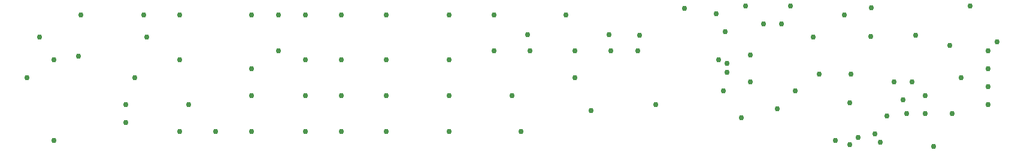
<source format=gbr>
G04 EAGLE Gerber RS-274X export*
G75*
%MOMM*%
%FSLAX34Y34*%
%LPD*%
%AMOC8*
5,1,8,0,0,1.08239X$1,22.5*%
G01*
%ADD10C,0.756400*%


D10*
X1066800Y190500D03*
X1092200Y190500D03*
X914400Y76200D03*
X1003300Y139700D03*
X1145540Y119380D03*
X1189990Y119380D03*
X1136650Y171450D03*
X63500Y139700D03*
X165100Y76200D03*
X194310Y171450D03*
X381000Y152400D03*
X533400Y88900D03*
X685800Y152400D03*
X1188720Y19050D03*
X1231900Y22860D03*
X1306830Y16510D03*
X1295400Y88900D03*
X1384300Y127000D03*
X165100Y50800D03*
X43180Y171450D03*
X342900Y127000D03*
X342900Y88900D03*
X419100Y88900D03*
X469900Y139700D03*
X469900Y88900D03*
X533400Y139700D03*
X622300Y139700D03*
X622300Y88900D03*
X622300Y38100D03*
X533400Y38100D03*
X469900Y38100D03*
X419100Y38100D03*
X419100Y139700D03*
X342900Y38100D03*
X292100Y38100D03*
X241300Y38100D03*
X254000Y76200D03*
X177800Y114300D03*
X241300Y139700D03*
X25400Y114300D03*
X63500Y25400D03*
X101600Y203200D03*
X190500Y203200D03*
X241300Y203200D03*
X342900Y203200D03*
X381000Y203200D03*
X419100Y203200D03*
X469900Y203200D03*
X533400Y203200D03*
X622300Y203200D03*
X685800Y203200D03*
X787400Y203200D03*
X848360Y175260D03*
X800100Y152400D03*
X850900Y152400D03*
X736600Y152400D03*
X732790Y175260D03*
X891540Y173990D03*
X889000Y152400D03*
X955040Y212090D03*
X1012190Y179070D03*
X999490Y204470D03*
X1047750Y146050D03*
X1009650Y95250D03*
X1047750Y107950D03*
X1085850Y69850D03*
X1035050Y57150D03*
X1111250Y95250D03*
X1263650Y82550D03*
X1250950Y107950D03*
X1276350Y107950D03*
X1333500Y63500D03*
X1295400Y63500D03*
X1268730Y63500D03*
X1346200Y114300D03*
X1384300Y76200D03*
X1384300Y152400D03*
X1329690Y160020D03*
X1397000Y165100D03*
X1384300Y101600D03*
X1168400Y25400D03*
X723900Y38100D03*
X711200Y88900D03*
X822960Y67310D03*
X800100Y114300D03*
X1358900Y215900D03*
X1219200Y213360D03*
X1181100Y203200D03*
X1104900Y215900D03*
X1041400Y215900D03*
X1217930Y172720D03*
X1281430Y173990D03*
X1240790Y59690D03*
X97790Y144780D03*
X1188720Y78740D03*
X1224280Y34290D03*
X1200150Y29210D03*
X1014730Y121920D03*
X1014730Y134620D03*
M02*

</source>
